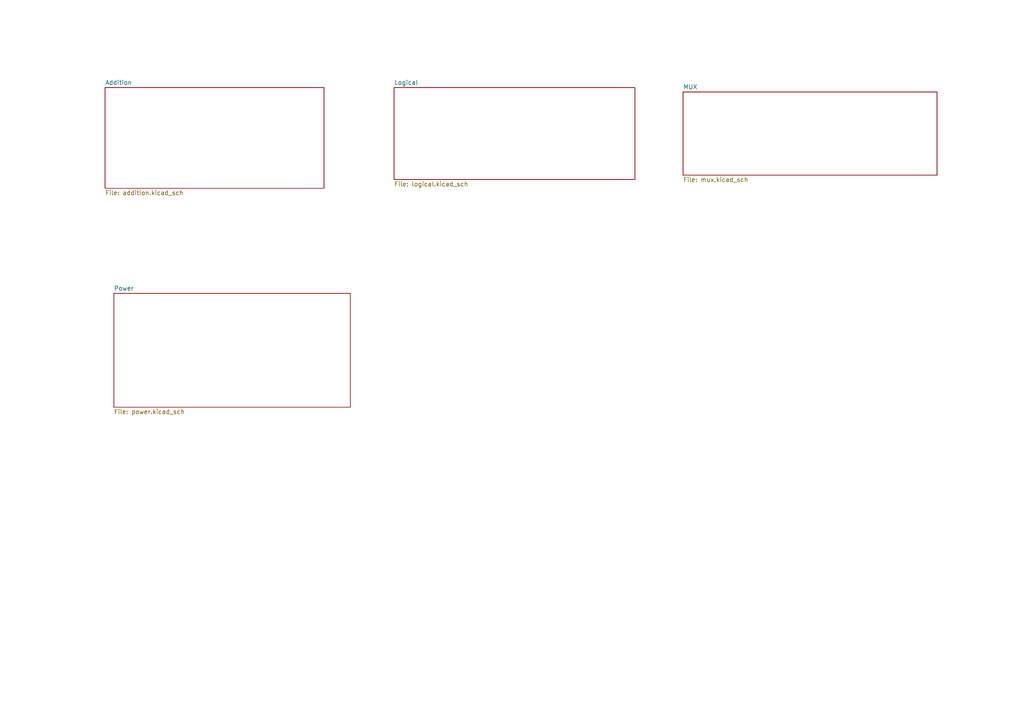
<source format=kicad_sch>
(kicad_sch
	(version 20250114)
	(generator "eeschema")
	(generator_version "9.0")
	(uuid "1449d528-6a1c-4c98-a8ec-b6d1ba05be53")
	(paper "A4")
	(lib_symbols)
	(sheet
		(at 198.12 26.67)
		(size 73.66 24.13)
		(exclude_from_sim no)
		(in_bom yes)
		(on_board yes)
		(dnp no)
		(fields_autoplaced yes)
		(stroke
			(width 0.1524)
			(type solid)
		)
		(fill
			(color 0 0 0 0.0000)
		)
		(uuid "51f270ad-e03d-4995-9420-b066106995c2")
		(property "Sheetname" "MUX"
			(at 198.12 25.9584 0)
			(effects
				(font
					(size 1.27 1.27)
				)
				(justify left bottom)
			)
		)
		(property "Sheetfile" "mux.kicad_sch"
			(at 198.12 51.3846 0)
			(effects
				(font
					(size 1.27 1.27)
				)
				(justify left top)
			)
		)
		(instances
			(project "4bitalu"
				(path "/1449d528-6a1c-4c98-a8ec-b6d1ba05be53"
					(page "5")
				)
			)
		)
	)
	(sheet
		(at 33.02 85.09)
		(size 68.58 33.02)
		(exclude_from_sim no)
		(in_bom yes)
		(on_board yes)
		(dnp no)
		(fields_autoplaced yes)
		(stroke
			(width 0.1524)
			(type solid)
		)
		(fill
			(color 0 0 0 0.0000)
		)
		(uuid "66e0a75a-d311-4576-87e0-712e0c1acaec")
		(property "Sheetname" "Power"
			(at 33.02 84.3784 0)
			(effects
				(font
					(size 1.27 1.27)
				)
				(justify left bottom)
			)
		)
		(property "Sheetfile" "power.kicad_sch"
			(at 33.02 118.6946 0)
			(effects
				(font
					(size 1.27 1.27)
				)
				(justify left top)
			)
		)
		(instances
			(project "4bitalu"
				(path "/1449d528-6a1c-4c98-a8ec-b6d1ba05be53"
					(page "8")
				)
			)
		)
	)
	(sheet
		(at 114.3 25.4)
		(size 69.85 26.67)
		(exclude_from_sim no)
		(in_bom yes)
		(on_board yes)
		(dnp no)
		(fields_autoplaced yes)
		(stroke
			(width 0.1524)
			(type solid)
		)
		(fill
			(color 0 0 0 0.0000)
		)
		(uuid "67cfe29a-26d2-4409-86e5-90897117580b")
		(property "Sheetname" "Logical"
			(at 114.3 24.6884 0)
			(effects
				(font
					(size 1.27 1.27)
				)
				(justify left bottom)
			)
		)
		(property "Sheetfile" "logical.kicad_sch"
			(at 114.3 52.6546 0)
			(effects
				(font
					(size 1.27 1.27)
				)
				(justify left top)
			)
		)
		(instances
			(project "4bitalu"
				(path "/1449d528-6a1c-4c98-a8ec-b6d1ba05be53"
					(page "3")
				)
			)
		)
	)
	(sheet
		(at 30.48 25.4)
		(size 63.5 29.21)
		(exclude_from_sim no)
		(in_bom yes)
		(on_board yes)
		(dnp no)
		(fields_autoplaced yes)
		(stroke
			(width 0.1524)
			(type solid)
		)
		(fill
			(color 0 0 0 0.0000)
		)
		(uuid "d60ce0c8-48cb-4802-881b-834e804b041c")
		(property "Sheetname" "Addition"
			(at 30.48 24.6884 0)
			(effects
				(font
					(size 1.27 1.27)
				)
				(justify left bottom)
			)
		)
		(property "Sheetfile" "addition.kicad_sch"
			(at 30.48 55.1946 0)
			(effects
				(font
					(size 1.27 1.27)
				)
				(justify left top)
			)
		)
		(instances
			(project "4bitalu"
				(path "/1449d528-6a1c-4c98-a8ec-b6d1ba05be53"
					(page "2")
				)
			)
		)
	)
	(sheet_instances
		(path "/"
			(page "1")
		)
	)
	(embedded_fonts no)
)

</source>
